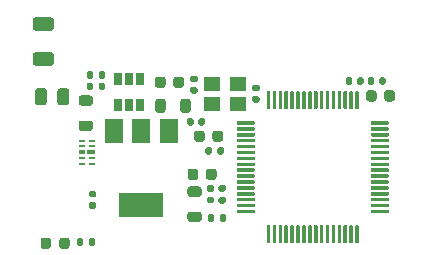
<source format=gbr>
%TF.GenerationSoftware,KiCad,Pcbnew,(5.1.8-0-10_14)*%
%TF.CreationDate,2020-11-28T23:42:33+01:00*%
%TF.ProjectId,FT2232Breakout,46543232-3332-4427-9265-616b6f75742e,rev?*%
%TF.SameCoordinates,Original*%
%TF.FileFunction,Paste,Top*%
%TF.FilePolarity,Positive*%
%FSLAX46Y46*%
G04 Gerber Fmt 4.6, Leading zero omitted, Abs format (unit mm)*
G04 Created by KiCad (PCBNEW (5.1.8-0-10_14)) date 2020-11-28 23:42:33*
%MOMM*%
%LPD*%
G01*
G04 APERTURE LIST*
%ADD10R,1.400000X1.200000*%
%ADD11R,0.625000X0.250000*%
%ADD12R,0.700000X0.450000*%
%ADD13R,0.575000X0.450000*%
%ADD14R,0.650000X1.060000*%
%ADD15R,1.500000X2.000000*%
%ADD16R,3.800000X2.000000*%
G04 APERTURE END LIST*
%TO.C,R106*%
G36*
G01*
X109560000Y-95015000D02*
X109560000Y-95385000D01*
G75*
G02*
X109425000Y-95520000I-135000J0D01*
G01*
X109155000Y-95520000D01*
G75*
G02*
X109020000Y-95385000I0J135000D01*
G01*
X109020000Y-95015000D01*
G75*
G02*
X109155000Y-94880000I135000J0D01*
G01*
X109425000Y-94880000D01*
G75*
G02*
X109560000Y-95015000I0J-135000D01*
G01*
G37*
G36*
G01*
X110580000Y-95015000D02*
X110580000Y-95385000D01*
G75*
G02*
X110445000Y-95520000I-135000J0D01*
G01*
X110175000Y-95520000D01*
G75*
G02*
X110040000Y-95385000I0J135000D01*
G01*
X110040000Y-95015000D01*
G75*
G02*
X110175000Y-94880000I135000J0D01*
G01*
X110445000Y-94880000D01*
G75*
G02*
X110580000Y-95015000I0J-135000D01*
G01*
G37*
%TD*%
%TO.C,D101*%
G36*
G01*
X107550000Y-95556250D02*
X107550000Y-95043750D01*
G75*
G02*
X107768750Y-94825000I218750J0D01*
G01*
X108206250Y-94825000D01*
G75*
G02*
X108425000Y-95043750I0J-218750D01*
G01*
X108425000Y-95556250D01*
G75*
G02*
X108206250Y-95775000I-218750J0D01*
G01*
X107768750Y-95775000D01*
G75*
G02*
X107550000Y-95556250I0J218750D01*
G01*
G37*
G36*
G01*
X105975000Y-95556250D02*
X105975000Y-95043750D01*
G75*
G02*
X106193750Y-94825000I218750J0D01*
G01*
X106631250Y-94825000D01*
G75*
G02*
X106850000Y-95043750I0J-218750D01*
G01*
X106850000Y-95556250D01*
G75*
G02*
X106631250Y-95775000I-218750J0D01*
G01*
X106193750Y-95775000D01*
G75*
G02*
X105975000Y-95556250I0J218750D01*
G01*
G37*
%TD*%
%TO.C,C103*%
G36*
G01*
X119875000Y-85980000D02*
X119875000Y-86480000D01*
G75*
G02*
X119650000Y-86705000I-225000J0D01*
G01*
X119200000Y-86705000D01*
G75*
G02*
X118975000Y-86480000I0J225000D01*
G01*
X118975000Y-85980000D01*
G75*
G02*
X119200000Y-85755000I225000J0D01*
G01*
X119650000Y-85755000D01*
G75*
G02*
X119875000Y-85980000I0J-225000D01*
G01*
G37*
G36*
G01*
X121425000Y-85980000D02*
X121425000Y-86480000D01*
G75*
G02*
X121200000Y-86705000I-225000J0D01*
G01*
X120750000Y-86705000D01*
G75*
G02*
X120525000Y-86480000I0J225000D01*
G01*
X120525000Y-85980000D01*
G75*
G02*
X120750000Y-85755000I225000J0D01*
G01*
X121200000Y-85755000D01*
G75*
G02*
X121425000Y-85980000I0J-225000D01*
G01*
G37*
%TD*%
%TO.C,R105*%
G36*
G01*
X121130000Y-93335000D02*
X121130000Y-92965000D01*
G75*
G02*
X121265000Y-92830000I135000J0D01*
G01*
X121535000Y-92830000D01*
G75*
G02*
X121670000Y-92965000I0J-135000D01*
G01*
X121670000Y-93335000D01*
G75*
G02*
X121535000Y-93470000I-135000J0D01*
G01*
X121265000Y-93470000D01*
G75*
G02*
X121130000Y-93335000I0J135000D01*
G01*
G37*
G36*
G01*
X120110000Y-93335000D02*
X120110000Y-92965000D01*
G75*
G02*
X120245000Y-92830000I135000J0D01*
G01*
X120515000Y-92830000D01*
G75*
G02*
X120650000Y-92965000I0J-135000D01*
G01*
X120650000Y-93335000D01*
G75*
G02*
X120515000Y-93470000I-135000J0D01*
G01*
X120245000Y-93470000D01*
G75*
G02*
X120110000Y-93335000I0J135000D01*
G01*
G37*
%TD*%
D10*
%TO.C,Y101*%
X122680000Y-83510000D03*
X120480000Y-83510000D03*
X120480000Y-81810000D03*
X122680000Y-81810000D03*
%TD*%
D11*
%TO.C,U402*%
X110287500Y-88100000D03*
D12*
X110250000Y-87600000D03*
D11*
X110287500Y-88600000D03*
X110287500Y-87100000D03*
X109512500Y-88600000D03*
X109512500Y-88100000D03*
X110287500Y-86600000D03*
D13*
X109487500Y-87600000D03*
D11*
X109512500Y-86600000D03*
X109512500Y-87100000D03*
%TD*%
%TO.C,U103*%
G36*
G01*
X125120000Y-83885000D02*
X125120000Y-82485000D01*
G75*
G02*
X125195000Y-82410000I75000J0D01*
G01*
X125345000Y-82410000D01*
G75*
G02*
X125420000Y-82485000I0J-75000D01*
G01*
X125420000Y-83885000D01*
G75*
G02*
X125345000Y-83960000I-75000J0D01*
G01*
X125195000Y-83960000D01*
G75*
G02*
X125120000Y-83885000I0J75000D01*
G01*
G37*
G36*
G01*
X125620000Y-83885000D02*
X125620000Y-82485000D01*
G75*
G02*
X125695000Y-82410000I75000J0D01*
G01*
X125845000Y-82410000D01*
G75*
G02*
X125920000Y-82485000I0J-75000D01*
G01*
X125920000Y-83885000D01*
G75*
G02*
X125845000Y-83960000I-75000J0D01*
G01*
X125695000Y-83960000D01*
G75*
G02*
X125620000Y-83885000I0J75000D01*
G01*
G37*
G36*
G01*
X126120000Y-83885000D02*
X126120000Y-82485000D01*
G75*
G02*
X126195000Y-82410000I75000J0D01*
G01*
X126345000Y-82410000D01*
G75*
G02*
X126420000Y-82485000I0J-75000D01*
G01*
X126420000Y-83885000D01*
G75*
G02*
X126345000Y-83960000I-75000J0D01*
G01*
X126195000Y-83960000D01*
G75*
G02*
X126120000Y-83885000I0J75000D01*
G01*
G37*
G36*
G01*
X126620000Y-83885000D02*
X126620000Y-82485000D01*
G75*
G02*
X126695000Y-82410000I75000J0D01*
G01*
X126845000Y-82410000D01*
G75*
G02*
X126920000Y-82485000I0J-75000D01*
G01*
X126920000Y-83885000D01*
G75*
G02*
X126845000Y-83960000I-75000J0D01*
G01*
X126695000Y-83960000D01*
G75*
G02*
X126620000Y-83885000I0J75000D01*
G01*
G37*
G36*
G01*
X127120000Y-83885000D02*
X127120000Y-82485000D01*
G75*
G02*
X127195000Y-82410000I75000J0D01*
G01*
X127345000Y-82410000D01*
G75*
G02*
X127420000Y-82485000I0J-75000D01*
G01*
X127420000Y-83885000D01*
G75*
G02*
X127345000Y-83960000I-75000J0D01*
G01*
X127195000Y-83960000D01*
G75*
G02*
X127120000Y-83885000I0J75000D01*
G01*
G37*
G36*
G01*
X127620000Y-83885000D02*
X127620000Y-82485000D01*
G75*
G02*
X127695000Y-82410000I75000J0D01*
G01*
X127845000Y-82410000D01*
G75*
G02*
X127920000Y-82485000I0J-75000D01*
G01*
X127920000Y-83885000D01*
G75*
G02*
X127845000Y-83960000I-75000J0D01*
G01*
X127695000Y-83960000D01*
G75*
G02*
X127620000Y-83885000I0J75000D01*
G01*
G37*
G36*
G01*
X128120000Y-83885000D02*
X128120000Y-82485000D01*
G75*
G02*
X128195000Y-82410000I75000J0D01*
G01*
X128345000Y-82410000D01*
G75*
G02*
X128420000Y-82485000I0J-75000D01*
G01*
X128420000Y-83885000D01*
G75*
G02*
X128345000Y-83960000I-75000J0D01*
G01*
X128195000Y-83960000D01*
G75*
G02*
X128120000Y-83885000I0J75000D01*
G01*
G37*
G36*
G01*
X128620000Y-83885000D02*
X128620000Y-82485000D01*
G75*
G02*
X128695000Y-82410000I75000J0D01*
G01*
X128845000Y-82410000D01*
G75*
G02*
X128920000Y-82485000I0J-75000D01*
G01*
X128920000Y-83885000D01*
G75*
G02*
X128845000Y-83960000I-75000J0D01*
G01*
X128695000Y-83960000D01*
G75*
G02*
X128620000Y-83885000I0J75000D01*
G01*
G37*
G36*
G01*
X129120000Y-83885000D02*
X129120000Y-82485000D01*
G75*
G02*
X129195000Y-82410000I75000J0D01*
G01*
X129345000Y-82410000D01*
G75*
G02*
X129420000Y-82485000I0J-75000D01*
G01*
X129420000Y-83885000D01*
G75*
G02*
X129345000Y-83960000I-75000J0D01*
G01*
X129195000Y-83960000D01*
G75*
G02*
X129120000Y-83885000I0J75000D01*
G01*
G37*
G36*
G01*
X129620000Y-83885000D02*
X129620000Y-82485000D01*
G75*
G02*
X129695000Y-82410000I75000J0D01*
G01*
X129845000Y-82410000D01*
G75*
G02*
X129920000Y-82485000I0J-75000D01*
G01*
X129920000Y-83885000D01*
G75*
G02*
X129845000Y-83960000I-75000J0D01*
G01*
X129695000Y-83960000D01*
G75*
G02*
X129620000Y-83885000I0J75000D01*
G01*
G37*
G36*
G01*
X130120000Y-83885000D02*
X130120000Y-82485000D01*
G75*
G02*
X130195000Y-82410000I75000J0D01*
G01*
X130345000Y-82410000D01*
G75*
G02*
X130420000Y-82485000I0J-75000D01*
G01*
X130420000Y-83885000D01*
G75*
G02*
X130345000Y-83960000I-75000J0D01*
G01*
X130195000Y-83960000D01*
G75*
G02*
X130120000Y-83885000I0J75000D01*
G01*
G37*
G36*
G01*
X130620000Y-83885000D02*
X130620000Y-82485000D01*
G75*
G02*
X130695000Y-82410000I75000J0D01*
G01*
X130845000Y-82410000D01*
G75*
G02*
X130920000Y-82485000I0J-75000D01*
G01*
X130920000Y-83885000D01*
G75*
G02*
X130845000Y-83960000I-75000J0D01*
G01*
X130695000Y-83960000D01*
G75*
G02*
X130620000Y-83885000I0J75000D01*
G01*
G37*
G36*
G01*
X131120000Y-83885000D02*
X131120000Y-82485000D01*
G75*
G02*
X131195000Y-82410000I75000J0D01*
G01*
X131345000Y-82410000D01*
G75*
G02*
X131420000Y-82485000I0J-75000D01*
G01*
X131420000Y-83885000D01*
G75*
G02*
X131345000Y-83960000I-75000J0D01*
G01*
X131195000Y-83960000D01*
G75*
G02*
X131120000Y-83885000I0J75000D01*
G01*
G37*
G36*
G01*
X131620000Y-83885000D02*
X131620000Y-82485000D01*
G75*
G02*
X131695000Y-82410000I75000J0D01*
G01*
X131845000Y-82410000D01*
G75*
G02*
X131920000Y-82485000I0J-75000D01*
G01*
X131920000Y-83885000D01*
G75*
G02*
X131845000Y-83960000I-75000J0D01*
G01*
X131695000Y-83960000D01*
G75*
G02*
X131620000Y-83885000I0J75000D01*
G01*
G37*
G36*
G01*
X132120000Y-83885000D02*
X132120000Y-82485000D01*
G75*
G02*
X132195000Y-82410000I75000J0D01*
G01*
X132345000Y-82410000D01*
G75*
G02*
X132420000Y-82485000I0J-75000D01*
G01*
X132420000Y-83885000D01*
G75*
G02*
X132345000Y-83960000I-75000J0D01*
G01*
X132195000Y-83960000D01*
G75*
G02*
X132120000Y-83885000I0J75000D01*
G01*
G37*
G36*
G01*
X132620000Y-83885000D02*
X132620000Y-82485000D01*
G75*
G02*
X132695000Y-82410000I75000J0D01*
G01*
X132845000Y-82410000D01*
G75*
G02*
X132920000Y-82485000I0J-75000D01*
G01*
X132920000Y-83885000D01*
G75*
G02*
X132845000Y-83960000I-75000J0D01*
G01*
X132695000Y-83960000D01*
G75*
G02*
X132620000Y-83885000I0J75000D01*
G01*
G37*
G36*
G01*
X133920000Y-85185000D02*
X133920000Y-85035000D01*
G75*
G02*
X133995000Y-84960000I75000J0D01*
G01*
X135395000Y-84960000D01*
G75*
G02*
X135470000Y-85035000I0J-75000D01*
G01*
X135470000Y-85185000D01*
G75*
G02*
X135395000Y-85260000I-75000J0D01*
G01*
X133995000Y-85260000D01*
G75*
G02*
X133920000Y-85185000I0J75000D01*
G01*
G37*
G36*
G01*
X133920000Y-85685000D02*
X133920000Y-85535000D01*
G75*
G02*
X133995000Y-85460000I75000J0D01*
G01*
X135395000Y-85460000D01*
G75*
G02*
X135470000Y-85535000I0J-75000D01*
G01*
X135470000Y-85685000D01*
G75*
G02*
X135395000Y-85760000I-75000J0D01*
G01*
X133995000Y-85760000D01*
G75*
G02*
X133920000Y-85685000I0J75000D01*
G01*
G37*
G36*
G01*
X133920000Y-86185000D02*
X133920000Y-86035000D01*
G75*
G02*
X133995000Y-85960000I75000J0D01*
G01*
X135395000Y-85960000D01*
G75*
G02*
X135470000Y-86035000I0J-75000D01*
G01*
X135470000Y-86185000D01*
G75*
G02*
X135395000Y-86260000I-75000J0D01*
G01*
X133995000Y-86260000D01*
G75*
G02*
X133920000Y-86185000I0J75000D01*
G01*
G37*
G36*
G01*
X133920000Y-86685000D02*
X133920000Y-86535000D01*
G75*
G02*
X133995000Y-86460000I75000J0D01*
G01*
X135395000Y-86460000D01*
G75*
G02*
X135470000Y-86535000I0J-75000D01*
G01*
X135470000Y-86685000D01*
G75*
G02*
X135395000Y-86760000I-75000J0D01*
G01*
X133995000Y-86760000D01*
G75*
G02*
X133920000Y-86685000I0J75000D01*
G01*
G37*
G36*
G01*
X133920000Y-87185000D02*
X133920000Y-87035000D01*
G75*
G02*
X133995000Y-86960000I75000J0D01*
G01*
X135395000Y-86960000D01*
G75*
G02*
X135470000Y-87035000I0J-75000D01*
G01*
X135470000Y-87185000D01*
G75*
G02*
X135395000Y-87260000I-75000J0D01*
G01*
X133995000Y-87260000D01*
G75*
G02*
X133920000Y-87185000I0J75000D01*
G01*
G37*
G36*
G01*
X133920000Y-87685000D02*
X133920000Y-87535000D01*
G75*
G02*
X133995000Y-87460000I75000J0D01*
G01*
X135395000Y-87460000D01*
G75*
G02*
X135470000Y-87535000I0J-75000D01*
G01*
X135470000Y-87685000D01*
G75*
G02*
X135395000Y-87760000I-75000J0D01*
G01*
X133995000Y-87760000D01*
G75*
G02*
X133920000Y-87685000I0J75000D01*
G01*
G37*
G36*
G01*
X133920000Y-88185000D02*
X133920000Y-88035000D01*
G75*
G02*
X133995000Y-87960000I75000J0D01*
G01*
X135395000Y-87960000D01*
G75*
G02*
X135470000Y-88035000I0J-75000D01*
G01*
X135470000Y-88185000D01*
G75*
G02*
X135395000Y-88260000I-75000J0D01*
G01*
X133995000Y-88260000D01*
G75*
G02*
X133920000Y-88185000I0J75000D01*
G01*
G37*
G36*
G01*
X133920000Y-88685000D02*
X133920000Y-88535000D01*
G75*
G02*
X133995000Y-88460000I75000J0D01*
G01*
X135395000Y-88460000D01*
G75*
G02*
X135470000Y-88535000I0J-75000D01*
G01*
X135470000Y-88685000D01*
G75*
G02*
X135395000Y-88760000I-75000J0D01*
G01*
X133995000Y-88760000D01*
G75*
G02*
X133920000Y-88685000I0J75000D01*
G01*
G37*
G36*
G01*
X133920000Y-89185000D02*
X133920000Y-89035000D01*
G75*
G02*
X133995000Y-88960000I75000J0D01*
G01*
X135395000Y-88960000D01*
G75*
G02*
X135470000Y-89035000I0J-75000D01*
G01*
X135470000Y-89185000D01*
G75*
G02*
X135395000Y-89260000I-75000J0D01*
G01*
X133995000Y-89260000D01*
G75*
G02*
X133920000Y-89185000I0J75000D01*
G01*
G37*
G36*
G01*
X133920000Y-89685000D02*
X133920000Y-89535000D01*
G75*
G02*
X133995000Y-89460000I75000J0D01*
G01*
X135395000Y-89460000D01*
G75*
G02*
X135470000Y-89535000I0J-75000D01*
G01*
X135470000Y-89685000D01*
G75*
G02*
X135395000Y-89760000I-75000J0D01*
G01*
X133995000Y-89760000D01*
G75*
G02*
X133920000Y-89685000I0J75000D01*
G01*
G37*
G36*
G01*
X133920000Y-90185000D02*
X133920000Y-90035000D01*
G75*
G02*
X133995000Y-89960000I75000J0D01*
G01*
X135395000Y-89960000D01*
G75*
G02*
X135470000Y-90035000I0J-75000D01*
G01*
X135470000Y-90185000D01*
G75*
G02*
X135395000Y-90260000I-75000J0D01*
G01*
X133995000Y-90260000D01*
G75*
G02*
X133920000Y-90185000I0J75000D01*
G01*
G37*
G36*
G01*
X133920000Y-90685000D02*
X133920000Y-90535000D01*
G75*
G02*
X133995000Y-90460000I75000J0D01*
G01*
X135395000Y-90460000D01*
G75*
G02*
X135470000Y-90535000I0J-75000D01*
G01*
X135470000Y-90685000D01*
G75*
G02*
X135395000Y-90760000I-75000J0D01*
G01*
X133995000Y-90760000D01*
G75*
G02*
X133920000Y-90685000I0J75000D01*
G01*
G37*
G36*
G01*
X133920000Y-91185000D02*
X133920000Y-91035000D01*
G75*
G02*
X133995000Y-90960000I75000J0D01*
G01*
X135395000Y-90960000D01*
G75*
G02*
X135470000Y-91035000I0J-75000D01*
G01*
X135470000Y-91185000D01*
G75*
G02*
X135395000Y-91260000I-75000J0D01*
G01*
X133995000Y-91260000D01*
G75*
G02*
X133920000Y-91185000I0J75000D01*
G01*
G37*
G36*
G01*
X133920000Y-91685000D02*
X133920000Y-91535000D01*
G75*
G02*
X133995000Y-91460000I75000J0D01*
G01*
X135395000Y-91460000D01*
G75*
G02*
X135470000Y-91535000I0J-75000D01*
G01*
X135470000Y-91685000D01*
G75*
G02*
X135395000Y-91760000I-75000J0D01*
G01*
X133995000Y-91760000D01*
G75*
G02*
X133920000Y-91685000I0J75000D01*
G01*
G37*
G36*
G01*
X133920000Y-92185000D02*
X133920000Y-92035000D01*
G75*
G02*
X133995000Y-91960000I75000J0D01*
G01*
X135395000Y-91960000D01*
G75*
G02*
X135470000Y-92035000I0J-75000D01*
G01*
X135470000Y-92185000D01*
G75*
G02*
X135395000Y-92260000I-75000J0D01*
G01*
X133995000Y-92260000D01*
G75*
G02*
X133920000Y-92185000I0J75000D01*
G01*
G37*
G36*
G01*
X133920000Y-92685000D02*
X133920000Y-92535000D01*
G75*
G02*
X133995000Y-92460000I75000J0D01*
G01*
X135395000Y-92460000D01*
G75*
G02*
X135470000Y-92535000I0J-75000D01*
G01*
X135470000Y-92685000D01*
G75*
G02*
X135395000Y-92760000I-75000J0D01*
G01*
X133995000Y-92760000D01*
G75*
G02*
X133920000Y-92685000I0J75000D01*
G01*
G37*
G36*
G01*
X132620000Y-95235000D02*
X132620000Y-93835000D01*
G75*
G02*
X132695000Y-93760000I75000J0D01*
G01*
X132845000Y-93760000D01*
G75*
G02*
X132920000Y-93835000I0J-75000D01*
G01*
X132920000Y-95235000D01*
G75*
G02*
X132845000Y-95310000I-75000J0D01*
G01*
X132695000Y-95310000D01*
G75*
G02*
X132620000Y-95235000I0J75000D01*
G01*
G37*
G36*
G01*
X132120000Y-95235000D02*
X132120000Y-93835000D01*
G75*
G02*
X132195000Y-93760000I75000J0D01*
G01*
X132345000Y-93760000D01*
G75*
G02*
X132420000Y-93835000I0J-75000D01*
G01*
X132420000Y-95235000D01*
G75*
G02*
X132345000Y-95310000I-75000J0D01*
G01*
X132195000Y-95310000D01*
G75*
G02*
X132120000Y-95235000I0J75000D01*
G01*
G37*
G36*
G01*
X131620000Y-95235000D02*
X131620000Y-93835000D01*
G75*
G02*
X131695000Y-93760000I75000J0D01*
G01*
X131845000Y-93760000D01*
G75*
G02*
X131920000Y-93835000I0J-75000D01*
G01*
X131920000Y-95235000D01*
G75*
G02*
X131845000Y-95310000I-75000J0D01*
G01*
X131695000Y-95310000D01*
G75*
G02*
X131620000Y-95235000I0J75000D01*
G01*
G37*
G36*
G01*
X131120000Y-95235000D02*
X131120000Y-93835000D01*
G75*
G02*
X131195000Y-93760000I75000J0D01*
G01*
X131345000Y-93760000D01*
G75*
G02*
X131420000Y-93835000I0J-75000D01*
G01*
X131420000Y-95235000D01*
G75*
G02*
X131345000Y-95310000I-75000J0D01*
G01*
X131195000Y-95310000D01*
G75*
G02*
X131120000Y-95235000I0J75000D01*
G01*
G37*
G36*
G01*
X130620000Y-95235000D02*
X130620000Y-93835000D01*
G75*
G02*
X130695000Y-93760000I75000J0D01*
G01*
X130845000Y-93760000D01*
G75*
G02*
X130920000Y-93835000I0J-75000D01*
G01*
X130920000Y-95235000D01*
G75*
G02*
X130845000Y-95310000I-75000J0D01*
G01*
X130695000Y-95310000D01*
G75*
G02*
X130620000Y-95235000I0J75000D01*
G01*
G37*
G36*
G01*
X130120000Y-95235000D02*
X130120000Y-93835000D01*
G75*
G02*
X130195000Y-93760000I75000J0D01*
G01*
X130345000Y-93760000D01*
G75*
G02*
X130420000Y-93835000I0J-75000D01*
G01*
X130420000Y-95235000D01*
G75*
G02*
X130345000Y-95310000I-75000J0D01*
G01*
X130195000Y-95310000D01*
G75*
G02*
X130120000Y-95235000I0J75000D01*
G01*
G37*
G36*
G01*
X129620000Y-95235000D02*
X129620000Y-93835000D01*
G75*
G02*
X129695000Y-93760000I75000J0D01*
G01*
X129845000Y-93760000D01*
G75*
G02*
X129920000Y-93835000I0J-75000D01*
G01*
X129920000Y-95235000D01*
G75*
G02*
X129845000Y-95310000I-75000J0D01*
G01*
X129695000Y-95310000D01*
G75*
G02*
X129620000Y-95235000I0J75000D01*
G01*
G37*
G36*
G01*
X129120000Y-95235000D02*
X129120000Y-93835000D01*
G75*
G02*
X129195000Y-93760000I75000J0D01*
G01*
X129345000Y-93760000D01*
G75*
G02*
X129420000Y-93835000I0J-75000D01*
G01*
X129420000Y-95235000D01*
G75*
G02*
X129345000Y-95310000I-75000J0D01*
G01*
X129195000Y-95310000D01*
G75*
G02*
X129120000Y-95235000I0J75000D01*
G01*
G37*
G36*
G01*
X128620000Y-95235000D02*
X128620000Y-93835000D01*
G75*
G02*
X128695000Y-93760000I75000J0D01*
G01*
X128845000Y-93760000D01*
G75*
G02*
X128920000Y-93835000I0J-75000D01*
G01*
X128920000Y-95235000D01*
G75*
G02*
X128845000Y-95310000I-75000J0D01*
G01*
X128695000Y-95310000D01*
G75*
G02*
X128620000Y-95235000I0J75000D01*
G01*
G37*
G36*
G01*
X128120000Y-95235000D02*
X128120000Y-93835000D01*
G75*
G02*
X128195000Y-93760000I75000J0D01*
G01*
X128345000Y-93760000D01*
G75*
G02*
X128420000Y-93835000I0J-75000D01*
G01*
X128420000Y-95235000D01*
G75*
G02*
X128345000Y-95310000I-75000J0D01*
G01*
X128195000Y-95310000D01*
G75*
G02*
X128120000Y-95235000I0J75000D01*
G01*
G37*
G36*
G01*
X127620000Y-95235000D02*
X127620000Y-93835000D01*
G75*
G02*
X127695000Y-93760000I75000J0D01*
G01*
X127845000Y-93760000D01*
G75*
G02*
X127920000Y-93835000I0J-75000D01*
G01*
X127920000Y-95235000D01*
G75*
G02*
X127845000Y-95310000I-75000J0D01*
G01*
X127695000Y-95310000D01*
G75*
G02*
X127620000Y-95235000I0J75000D01*
G01*
G37*
G36*
G01*
X127120000Y-95235000D02*
X127120000Y-93835000D01*
G75*
G02*
X127195000Y-93760000I75000J0D01*
G01*
X127345000Y-93760000D01*
G75*
G02*
X127420000Y-93835000I0J-75000D01*
G01*
X127420000Y-95235000D01*
G75*
G02*
X127345000Y-95310000I-75000J0D01*
G01*
X127195000Y-95310000D01*
G75*
G02*
X127120000Y-95235000I0J75000D01*
G01*
G37*
G36*
G01*
X126620000Y-95235000D02*
X126620000Y-93835000D01*
G75*
G02*
X126695000Y-93760000I75000J0D01*
G01*
X126845000Y-93760000D01*
G75*
G02*
X126920000Y-93835000I0J-75000D01*
G01*
X126920000Y-95235000D01*
G75*
G02*
X126845000Y-95310000I-75000J0D01*
G01*
X126695000Y-95310000D01*
G75*
G02*
X126620000Y-95235000I0J75000D01*
G01*
G37*
G36*
G01*
X126120000Y-95235000D02*
X126120000Y-93835000D01*
G75*
G02*
X126195000Y-93760000I75000J0D01*
G01*
X126345000Y-93760000D01*
G75*
G02*
X126420000Y-93835000I0J-75000D01*
G01*
X126420000Y-95235000D01*
G75*
G02*
X126345000Y-95310000I-75000J0D01*
G01*
X126195000Y-95310000D01*
G75*
G02*
X126120000Y-95235000I0J75000D01*
G01*
G37*
G36*
G01*
X125620000Y-95235000D02*
X125620000Y-93835000D01*
G75*
G02*
X125695000Y-93760000I75000J0D01*
G01*
X125845000Y-93760000D01*
G75*
G02*
X125920000Y-93835000I0J-75000D01*
G01*
X125920000Y-95235000D01*
G75*
G02*
X125845000Y-95310000I-75000J0D01*
G01*
X125695000Y-95310000D01*
G75*
G02*
X125620000Y-95235000I0J75000D01*
G01*
G37*
G36*
G01*
X125120000Y-95235000D02*
X125120000Y-93835000D01*
G75*
G02*
X125195000Y-93760000I75000J0D01*
G01*
X125345000Y-93760000D01*
G75*
G02*
X125420000Y-93835000I0J-75000D01*
G01*
X125420000Y-95235000D01*
G75*
G02*
X125345000Y-95310000I-75000J0D01*
G01*
X125195000Y-95310000D01*
G75*
G02*
X125120000Y-95235000I0J75000D01*
G01*
G37*
G36*
G01*
X122570000Y-92685000D02*
X122570000Y-92535000D01*
G75*
G02*
X122645000Y-92460000I75000J0D01*
G01*
X124045000Y-92460000D01*
G75*
G02*
X124120000Y-92535000I0J-75000D01*
G01*
X124120000Y-92685000D01*
G75*
G02*
X124045000Y-92760000I-75000J0D01*
G01*
X122645000Y-92760000D01*
G75*
G02*
X122570000Y-92685000I0J75000D01*
G01*
G37*
G36*
G01*
X122570000Y-92185000D02*
X122570000Y-92035000D01*
G75*
G02*
X122645000Y-91960000I75000J0D01*
G01*
X124045000Y-91960000D01*
G75*
G02*
X124120000Y-92035000I0J-75000D01*
G01*
X124120000Y-92185000D01*
G75*
G02*
X124045000Y-92260000I-75000J0D01*
G01*
X122645000Y-92260000D01*
G75*
G02*
X122570000Y-92185000I0J75000D01*
G01*
G37*
G36*
G01*
X122570000Y-91685000D02*
X122570000Y-91535000D01*
G75*
G02*
X122645000Y-91460000I75000J0D01*
G01*
X124045000Y-91460000D01*
G75*
G02*
X124120000Y-91535000I0J-75000D01*
G01*
X124120000Y-91685000D01*
G75*
G02*
X124045000Y-91760000I-75000J0D01*
G01*
X122645000Y-91760000D01*
G75*
G02*
X122570000Y-91685000I0J75000D01*
G01*
G37*
G36*
G01*
X122570000Y-91185000D02*
X122570000Y-91035000D01*
G75*
G02*
X122645000Y-90960000I75000J0D01*
G01*
X124045000Y-90960000D01*
G75*
G02*
X124120000Y-91035000I0J-75000D01*
G01*
X124120000Y-91185000D01*
G75*
G02*
X124045000Y-91260000I-75000J0D01*
G01*
X122645000Y-91260000D01*
G75*
G02*
X122570000Y-91185000I0J75000D01*
G01*
G37*
G36*
G01*
X122570000Y-90685000D02*
X122570000Y-90535000D01*
G75*
G02*
X122645000Y-90460000I75000J0D01*
G01*
X124045000Y-90460000D01*
G75*
G02*
X124120000Y-90535000I0J-75000D01*
G01*
X124120000Y-90685000D01*
G75*
G02*
X124045000Y-90760000I-75000J0D01*
G01*
X122645000Y-90760000D01*
G75*
G02*
X122570000Y-90685000I0J75000D01*
G01*
G37*
G36*
G01*
X122570000Y-90185000D02*
X122570000Y-90035000D01*
G75*
G02*
X122645000Y-89960000I75000J0D01*
G01*
X124045000Y-89960000D01*
G75*
G02*
X124120000Y-90035000I0J-75000D01*
G01*
X124120000Y-90185000D01*
G75*
G02*
X124045000Y-90260000I-75000J0D01*
G01*
X122645000Y-90260000D01*
G75*
G02*
X122570000Y-90185000I0J75000D01*
G01*
G37*
G36*
G01*
X122570000Y-89685000D02*
X122570000Y-89535000D01*
G75*
G02*
X122645000Y-89460000I75000J0D01*
G01*
X124045000Y-89460000D01*
G75*
G02*
X124120000Y-89535000I0J-75000D01*
G01*
X124120000Y-89685000D01*
G75*
G02*
X124045000Y-89760000I-75000J0D01*
G01*
X122645000Y-89760000D01*
G75*
G02*
X122570000Y-89685000I0J75000D01*
G01*
G37*
G36*
G01*
X122570000Y-89185000D02*
X122570000Y-89035000D01*
G75*
G02*
X122645000Y-88960000I75000J0D01*
G01*
X124045000Y-88960000D01*
G75*
G02*
X124120000Y-89035000I0J-75000D01*
G01*
X124120000Y-89185000D01*
G75*
G02*
X124045000Y-89260000I-75000J0D01*
G01*
X122645000Y-89260000D01*
G75*
G02*
X122570000Y-89185000I0J75000D01*
G01*
G37*
G36*
G01*
X122570000Y-88685000D02*
X122570000Y-88535000D01*
G75*
G02*
X122645000Y-88460000I75000J0D01*
G01*
X124045000Y-88460000D01*
G75*
G02*
X124120000Y-88535000I0J-75000D01*
G01*
X124120000Y-88685000D01*
G75*
G02*
X124045000Y-88760000I-75000J0D01*
G01*
X122645000Y-88760000D01*
G75*
G02*
X122570000Y-88685000I0J75000D01*
G01*
G37*
G36*
G01*
X122570000Y-88185000D02*
X122570000Y-88035000D01*
G75*
G02*
X122645000Y-87960000I75000J0D01*
G01*
X124045000Y-87960000D01*
G75*
G02*
X124120000Y-88035000I0J-75000D01*
G01*
X124120000Y-88185000D01*
G75*
G02*
X124045000Y-88260000I-75000J0D01*
G01*
X122645000Y-88260000D01*
G75*
G02*
X122570000Y-88185000I0J75000D01*
G01*
G37*
G36*
G01*
X122570000Y-87685000D02*
X122570000Y-87535000D01*
G75*
G02*
X122645000Y-87460000I75000J0D01*
G01*
X124045000Y-87460000D01*
G75*
G02*
X124120000Y-87535000I0J-75000D01*
G01*
X124120000Y-87685000D01*
G75*
G02*
X124045000Y-87760000I-75000J0D01*
G01*
X122645000Y-87760000D01*
G75*
G02*
X122570000Y-87685000I0J75000D01*
G01*
G37*
G36*
G01*
X122570000Y-87185000D02*
X122570000Y-87035000D01*
G75*
G02*
X122645000Y-86960000I75000J0D01*
G01*
X124045000Y-86960000D01*
G75*
G02*
X124120000Y-87035000I0J-75000D01*
G01*
X124120000Y-87185000D01*
G75*
G02*
X124045000Y-87260000I-75000J0D01*
G01*
X122645000Y-87260000D01*
G75*
G02*
X122570000Y-87185000I0J75000D01*
G01*
G37*
G36*
G01*
X122570000Y-86685000D02*
X122570000Y-86535000D01*
G75*
G02*
X122645000Y-86460000I75000J0D01*
G01*
X124045000Y-86460000D01*
G75*
G02*
X124120000Y-86535000I0J-75000D01*
G01*
X124120000Y-86685000D01*
G75*
G02*
X124045000Y-86760000I-75000J0D01*
G01*
X122645000Y-86760000D01*
G75*
G02*
X122570000Y-86685000I0J75000D01*
G01*
G37*
G36*
G01*
X122570000Y-86185000D02*
X122570000Y-86035000D01*
G75*
G02*
X122645000Y-85960000I75000J0D01*
G01*
X124045000Y-85960000D01*
G75*
G02*
X124120000Y-86035000I0J-75000D01*
G01*
X124120000Y-86185000D01*
G75*
G02*
X124045000Y-86260000I-75000J0D01*
G01*
X122645000Y-86260000D01*
G75*
G02*
X122570000Y-86185000I0J75000D01*
G01*
G37*
G36*
G01*
X122570000Y-85685000D02*
X122570000Y-85535000D01*
G75*
G02*
X122645000Y-85460000I75000J0D01*
G01*
X124045000Y-85460000D01*
G75*
G02*
X124120000Y-85535000I0J-75000D01*
G01*
X124120000Y-85685000D01*
G75*
G02*
X124045000Y-85760000I-75000J0D01*
G01*
X122645000Y-85760000D01*
G75*
G02*
X122570000Y-85685000I0J75000D01*
G01*
G37*
G36*
G01*
X122570000Y-85185000D02*
X122570000Y-85035000D01*
G75*
G02*
X122645000Y-84960000I75000J0D01*
G01*
X124045000Y-84960000D01*
G75*
G02*
X124120000Y-85035000I0J-75000D01*
G01*
X124120000Y-85185000D01*
G75*
G02*
X124045000Y-85260000I-75000J0D01*
G01*
X122645000Y-85260000D01*
G75*
G02*
X122570000Y-85185000I0J75000D01*
G01*
G37*
%TD*%
D14*
%TO.C,U102*%
X113470000Y-81400000D03*
X112520000Y-81400000D03*
X114420000Y-81400000D03*
X114420000Y-83600000D03*
X113470000Y-83600000D03*
X112520000Y-83600000D03*
%TD*%
D15*
%TO.C,U101*%
X116810000Y-85780000D03*
X112210000Y-85780000D03*
X114510000Y-85780000D03*
D16*
X114510000Y-92080000D03*
%TD*%
%TO.C,R104*%
G36*
G01*
X121535000Y-90920000D02*
X121165000Y-90920000D01*
G75*
G02*
X121030000Y-90785000I0J135000D01*
G01*
X121030000Y-90515000D01*
G75*
G02*
X121165000Y-90380000I135000J0D01*
G01*
X121535000Y-90380000D01*
G75*
G02*
X121670000Y-90515000I0J-135000D01*
G01*
X121670000Y-90785000D01*
G75*
G02*
X121535000Y-90920000I-135000J0D01*
G01*
G37*
G36*
G01*
X121535000Y-91940000D02*
X121165000Y-91940000D01*
G75*
G02*
X121030000Y-91805000I0J135000D01*
G01*
X121030000Y-91535000D01*
G75*
G02*
X121165000Y-91400000I135000J0D01*
G01*
X121535000Y-91400000D01*
G75*
G02*
X121670000Y-91535000I0J-135000D01*
G01*
X121670000Y-91805000D01*
G75*
G02*
X121535000Y-91940000I-135000J0D01*
G01*
G37*
%TD*%
%TO.C,R103*%
G36*
G01*
X110420000Y-81825000D02*
X110420000Y-82195000D01*
G75*
G02*
X110285000Y-82330000I-135000J0D01*
G01*
X110015000Y-82330000D01*
G75*
G02*
X109880000Y-82195000I0J135000D01*
G01*
X109880000Y-81825000D01*
G75*
G02*
X110015000Y-81690000I135000J0D01*
G01*
X110285000Y-81690000D01*
G75*
G02*
X110420000Y-81825000I0J-135000D01*
G01*
G37*
G36*
G01*
X111440000Y-81825000D02*
X111440000Y-82195000D01*
G75*
G02*
X111305000Y-82330000I-135000J0D01*
G01*
X111035000Y-82330000D01*
G75*
G02*
X110900000Y-82195000I0J135000D01*
G01*
X110900000Y-81825000D01*
G75*
G02*
X111035000Y-81690000I135000J0D01*
G01*
X111305000Y-81690000D01*
G75*
G02*
X111440000Y-81825000I0J-135000D01*
G01*
G37*
%TD*%
%TO.C,R102*%
G36*
G01*
X120470000Y-87285000D02*
X120470000Y-87655000D01*
G75*
G02*
X120335000Y-87790000I-135000J0D01*
G01*
X120065000Y-87790000D01*
G75*
G02*
X119930000Y-87655000I0J135000D01*
G01*
X119930000Y-87285000D01*
G75*
G02*
X120065000Y-87150000I135000J0D01*
G01*
X120335000Y-87150000D01*
G75*
G02*
X120470000Y-87285000I0J-135000D01*
G01*
G37*
G36*
G01*
X121490000Y-87285000D02*
X121490000Y-87655000D01*
G75*
G02*
X121355000Y-87790000I-135000J0D01*
G01*
X121085000Y-87790000D01*
G75*
G02*
X120950000Y-87655000I0J135000D01*
G01*
X120950000Y-87285000D01*
G75*
G02*
X121085000Y-87150000I135000J0D01*
G01*
X121355000Y-87150000D01*
G75*
G02*
X121490000Y-87285000I0J-135000D01*
G01*
G37*
%TD*%
%TO.C,R101*%
G36*
G01*
X110900000Y-81215000D02*
X110900000Y-80845000D01*
G75*
G02*
X111035000Y-80710000I135000J0D01*
G01*
X111305000Y-80710000D01*
G75*
G02*
X111440000Y-80845000I0J-135000D01*
G01*
X111440000Y-81215000D01*
G75*
G02*
X111305000Y-81350000I-135000J0D01*
G01*
X111035000Y-81350000D01*
G75*
G02*
X110900000Y-81215000I0J135000D01*
G01*
G37*
G36*
G01*
X109880000Y-81215000D02*
X109880000Y-80845000D01*
G75*
G02*
X110015000Y-80710000I135000J0D01*
G01*
X110285000Y-80710000D01*
G75*
G02*
X110420000Y-80845000I0J-135000D01*
G01*
X110420000Y-81215000D01*
G75*
G02*
X110285000Y-81350000I-135000J0D01*
G01*
X110015000Y-81350000D01*
G75*
G02*
X109880000Y-81215000I0J135000D01*
G01*
G37*
%TD*%
%TO.C,FB401*%
G36*
G01*
X109418750Y-84905000D02*
X110181250Y-84905000D01*
G75*
G02*
X110400000Y-85123750I0J-218750D01*
G01*
X110400000Y-85561250D01*
G75*
G02*
X110181250Y-85780000I-218750J0D01*
G01*
X109418750Y-85780000D01*
G75*
G02*
X109200000Y-85561250I0J218750D01*
G01*
X109200000Y-85123750D01*
G75*
G02*
X109418750Y-84905000I218750J0D01*
G01*
G37*
G36*
G01*
X109418750Y-82780000D02*
X110181250Y-82780000D01*
G75*
G02*
X110400000Y-82998750I0J-218750D01*
G01*
X110400000Y-83436250D01*
G75*
G02*
X110181250Y-83655000I-218750J0D01*
G01*
X109418750Y-83655000D01*
G75*
G02*
X109200000Y-83436250I0J218750D01*
G01*
X109200000Y-82998750D01*
G75*
G02*
X109418750Y-82780000I218750J0D01*
G01*
G37*
%TD*%
%TO.C,FB102*%
G36*
G01*
X116555000Y-83278750D02*
X116555000Y-84041250D01*
G75*
G02*
X116336250Y-84260000I-218750J0D01*
G01*
X115898750Y-84260000D01*
G75*
G02*
X115680000Y-84041250I0J218750D01*
G01*
X115680000Y-83278750D01*
G75*
G02*
X115898750Y-83060000I218750J0D01*
G01*
X116336250Y-83060000D01*
G75*
G02*
X116555000Y-83278750I0J-218750D01*
G01*
G37*
G36*
G01*
X118680000Y-83278750D02*
X118680000Y-84041250D01*
G75*
G02*
X118461250Y-84260000I-218750J0D01*
G01*
X118023750Y-84260000D01*
G75*
G02*
X117805000Y-84041250I0J218750D01*
G01*
X117805000Y-83278750D01*
G75*
G02*
X118023750Y-83060000I218750J0D01*
G01*
X118461250Y-83060000D01*
G75*
G02*
X118680000Y-83278750I0J-218750D01*
G01*
G37*
%TD*%
%TO.C,FB101*%
G36*
G01*
X118628750Y-92615000D02*
X119391250Y-92615000D01*
G75*
G02*
X119610000Y-92833750I0J-218750D01*
G01*
X119610000Y-93271250D01*
G75*
G02*
X119391250Y-93490000I-218750J0D01*
G01*
X118628750Y-93490000D01*
G75*
G02*
X118410000Y-93271250I0J218750D01*
G01*
X118410000Y-92833750D01*
G75*
G02*
X118628750Y-92615000I218750J0D01*
G01*
G37*
G36*
G01*
X118628750Y-90490000D02*
X119391250Y-90490000D01*
G75*
G02*
X119610000Y-90708750I0J-218750D01*
G01*
X119610000Y-91146250D01*
G75*
G02*
X119391250Y-91365000I-218750J0D01*
G01*
X118628750Y-91365000D01*
G75*
G02*
X118410000Y-91146250I0J218750D01*
G01*
X118410000Y-90708750D01*
G75*
G02*
X118628750Y-90490000I218750J0D01*
G01*
G37*
%TD*%
%TO.C,C503*%
G36*
G01*
X106500000Y-82415000D02*
X106500000Y-83365000D01*
G75*
G02*
X106250000Y-83615000I-250000J0D01*
G01*
X105750000Y-83615000D01*
G75*
G02*
X105500000Y-83365000I0J250000D01*
G01*
X105500000Y-82415000D01*
G75*
G02*
X105750000Y-82165000I250000J0D01*
G01*
X106250000Y-82165000D01*
G75*
G02*
X106500000Y-82415000I0J-250000D01*
G01*
G37*
G36*
G01*
X108400000Y-82415000D02*
X108400000Y-83365000D01*
G75*
G02*
X108150000Y-83615000I-250000J0D01*
G01*
X107650000Y-83615000D01*
G75*
G02*
X107400000Y-83365000I0J250000D01*
G01*
X107400000Y-82415000D01*
G75*
G02*
X107650000Y-82165000I250000J0D01*
G01*
X108150000Y-82165000D01*
G75*
G02*
X108400000Y-82415000I0J-250000D01*
G01*
G37*
%TD*%
%TO.C,C305*%
G36*
G01*
X110560000Y-91420000D02*
X110220000Y-91420000D01*
G75*
G02*
X110080000Y-91280000I0J140000D01*
G01*
X110080000Y-91000000D01*
G75*
G02*
X110220000Y-90860000I140000J0D01*
G01*
X110560000Y-90860000D01*
G75*
G02*
X110700000Y-91000000I0J-140000D01*
G01*
X110700000Y-91280000D01*
G75*
G02*
X110560000Y-91420000I-140000J0D01*
G01*
G37*
G36*
G01*
X110560000Y-92380000D02*
X110220000Y-92380000D01*
G75*
G02*
X110080000Y-92240000I0J140000D01*
G01*
X110080000Y-91960000D01*
G75*
G02*
X110220000Y-91820000I140000J0D01*
G01*
X110560000Y-91820000D01*
G75*
G02*
X110700000Y-91960000I0J-140000D01*
G01*
X110700000Y-92240000D01*
G75*
G02*
X110560000Y-92380000I-140000J0D01*
G01*
G37*
%TD*%
%TO.C,C301*%
G36*
G01*
X106850001Y-77320000D02*
X105549999Y-77320000D01*
G75*
G02*
X105300000Y-77070001I0J249999D01*
G01*
X105300000Y-76419999D01*
G75*
G02*
X105549999Y-76170000I249999J0D01*
G01*
X106850001Y-76170000D01*
G75*
G02*
X107100000Y-76419999I0J-249999D01*
G01*
X107100000Y-77070001D01*
G75*
G02*
X106850001Y-77320000I-249999J0D01*
G01*
G37*
G36*
G01*
X106850001Y-80270000D02*
X105549999Y-80270000D01*
G75*
G02*
X105300000Y-80020001I0J249999D01*
G01*
X105300000Y-79369999D01*
G75*
G02*
X105549999Y-79120000I249999J0D01*
G01*
X106850001Y-79120000D01*
G75*
G02*
X107100000Y-79369999I0J-249999D01*
G01*
X107100000Y-80020001D01*
G75*
G02*
X106850001Y-80270000I-249999J0D01*
G01*
G37*
%TD*%
%TO.C,C110*%
G36*
G01*
X120190000Y-91340000D02*
X120530000Y-91340000D01*
G75*
G02*
X120670000Y-91480000I0J-140000D01*
G01*
X120670000Y-91760000D01*
G75*
G02*
X120530000Y-91900000I-140000J0D01*
G01*
X120190000Y-91900000D01*
G75*
G02*
X120050000Y-91760000I0J140000D01*
G01*
X120050000Y-91480000D01*
G75*
G02*
X120190000Y-91340000I140000J0D01*
G01*
G37*
G36*
G01*
X120190000Y-90380000D02*
X120530000Y-90380000D01*
G75*
G02*
X120670000Y-90520000I0J-140000D01*
G01*
X120670000Y-90800000D01*
G75*
G02*
X120530000Y-90940000I-140000J0D01*
G01*
X120190000Y-90940000D01*
G75*
G02*
X120050000Y-90800000I0J140000D01*
G01*
X120050000Y-90520000D01*
G75*
G02*
X120190000Y-90380000I140000J0D01*
G01*
G37*
%TD*%
%TO.C,C109*%
G36*
G01*
X119325000Y-89210000D02*
X119325000Y-89710000D01*
G75*
G02*
X119100000Y-89935000I-225000J0D01*
G01*
X118650000Y-89935000D01*
G75*
G02*
X118425000Y-89710000I0J225000D01*
G01*
X118425000Y-89210000D01*
G75*
G02*
X118650000Y-88985000I225000J0D01*
G01*
X119100000Y-88985000D01*
G75*
G02*
X119325000Y-89210000I0J-225000D01*
G01*
G37*
G36*
G01*
X120875000Y-89210000D02*
X120875000Y-89710000D01*
G75*
G02*
X120650000Y-89935000I-225000J0D01*
G01*
X120200000Y-89935000D01*
G75*
G02*
X119975000Y-89710000I0J225000D01*
G01*
X119975000Y-89210000D01*
G75*
G02*
X120200000Y-88985000I225000J0D01*
G01*
X120650000Y-88985000D01*
G75*
G02*
X120875000Y-89210000I0J-225000D01*
G01*
G37*
%TD*%
%TO.C,C108*%
G36*
G01*
X132770000Y-81740000D02*
X132770000Y-81400000D01*
G75*
G02*
X132910000Y-81260000I140000J0D01*
G01*
X133190000Y-81260000D01*
G75*
G02*
X133330000Y-81400000I0J-140000D01*
G01*
X133330000Y-81740000D01*
G75*
G02*
X133190000Y-81880000I-140000J0D01*
G01*
X132910000Y-81880000D01*
G75*
G02*
X132770000Y-81740000I0J140000D01*
G01*
G37*
G36*
G01*
X131810000Y-81740000D02*
X131810000Y-81400000D01*
G75*
G02*
X131950000Y-81260000I140000J0D01*
G01*
X132230000Y-81260000D01*
G75*
G02*
X132370000Y-81400000I0J-140000D01*
G01*
X132370000Y-81740000D01*
G75*
G02*
X132230000Y-81880000I-140000J0D01*
G01*
X131950000Y-81880000D01*
G75*
G02*
X131810000Y-81740000I0J140000D01*
G01*
G37*
%TD*%
%TO.C,C107*%
G36*
G01*
X118780000Y-82080000D02*
X119120000Y-82080000D01*
G75*
G02*
X119260000Y-82220000I0J-140000D01*
G01*
X119260000Y-82500000D01*
G75*
G02*
X119120000Y-82640000I-140000J0D01*
G01*
X118780000Y-82640000D01*
G75*
G02*
X118640000Y-82500000I0J140000D01*
G01*
X118640000Y-82220000D01*
G75*
G02*
X118780000Y-82080000I140000J0D01*
G01*
G37*
G36*
G01*
X118780000Y-81120000D02*
X119120000Y-81120000D01*
G75*
G02*
X119260000Y-81260000I0J-140000D01*
G01*
X119260000Y-81540000D01*
G75*
G02*
X119120000Y-81680000I-140000J0D01*
G01*
X118780000Y-81680000D01*
G75*
G02*
X118640000Y-81540000I0J140000D01*
G01*
X118640000Y-81260000D01*
G75*
G02*
X118780000Y-81120000I140000J0D01*
G01*
G37*
%TD*%
%TO.C,C106*%
G36*
G01*
X118940000Y-84850000D02*
X118940000Y-85190000D01*
G75*
G02*
X118800000Y-85330000I-140000J0D01*
G01*
X118520000Y-85330000D01*
G75*
G02*
X118380000Y-85190000I0J140000D01*
G01*
X118380000Y-84850000D01*
G75*
G02*
X118520000Y-84710000I140000J0D01*
G01*
X118800000Y-84710000D01*
G75*
G02*
X118940000Y-84850000I0J-140000D01*
G01*
G37*
G36*
G01*
X119900000Y-84850000D02*
X119900000Y-85190000D01*
G75*
G02*
X119760000Y-85330000I-140000J0D01*
G01*
X119480000Y-85330000D01*
G75*
G02*
X119340000Y-85190000I0J140000D01*
G01*
X119340000Y-84850000D01*
G75*
G02*
X119480000Y-84710000I140000J0D01*
G01*
X119760000Y-84710000D01*
G75*
G02*
X119900000Y-84850000I0J-140000D01*
G01*
G37*
%TD*%
%TO.C,C105*%
G36*
G01*
X134640000Y-81740000D02*
X134640000Y-81400000D01*
G75*
G02*
X134780000Y-81260000I140000J0D01*
G01*
X135060000Y-81260000D01*
G75*
G02*
X135200000Y-81400000I0J-140000D01*
G01*
X135200000Y-81740000D01*
G75*
G02*
X135060000Y-81880000I-140000J0D01*
G01*
X134780000Y-81880000D01*
G75*
G02*
X134640000Y-81740000I0J140000D01*
G01*
G37*
G36*
G01*
X133680000Y-81740000D02*
X133680000Y-81400000D01*
G75*
G02*
X133820000Y-81260000I140000J0D01*
G01*
X134100000Y-81260000D01*
G75*
G02*
X134240000Y-81400000I0J-140000D01*
G01*
X134240000Y-81740000D01*
G75*
G02*
X134100000Y-81880000I-140000J0D01*
G01*
X133820000Y-81880000D01*
G75*
G02*
X133680000Y-81740000I0J140000D01*
G01*
G37*
%TD*%
%TO.C,C104*%
G36*
G01*
X124380000Y-82430000D02*
X124040000Y-82430000D01*
G75*
G02*
X123900000Y-82290000I0J140000D01*
G01*
X123900000Y-82010000D01*
G75*
G02*
X124040000Y-81870000I140000J0D01*
G01*
X124380000Y-81870000D01*
G75*
G02*
X124520000Y-82010000I0J-140000D01*
G01*
X124520000Y-82290000D01*
G75*
G02*
X124380000Y-82430000I-140000J0D01*
G01*
G37*
G36*
G01*
X124380000Y-83390000D02*
X124040000Y-83390000D01*
G75*
G02*
X123900000Y-83250000I0J140000D01*
G01*
X123900000Y-82970000D01*
G75*
G02*
X124040000Y-82830000I140000J0D01*
G01*
X124380000Y-82830000D01*
G75*
G02*
X124520000Y-82970000I0J-140000D01*
G01*
X124520000Y-83250000D01*
G75*
G02*
X124380000Y-83390000I-140000J0D01*
G01*
G37*
%TD*%
%TO.C,C102*%
G36*
G01*
X135075000Y-83070000D02*
X135075000Y-82570000D01*
G75*
G02*
X135300000Y-82345000I225000J0D01*
G01*
X135750000Y-82345000D01*
G75*
G02*
X135975000Y-82570000I0J-225000D01*
G01*
X135975000Y-83070000D01*
G75*
G02*
X135750000Y-83295000I-225000J0D01*
G01*
X135300000Y-83295000D01*
G75*
G02*
X135075000Y-83070000I0J225000D01*
G01*
G37*
G36*
G01*
X133525000Y-83070000D02*
X133525000Y-82570000D01*
G75*
G02*
X133750000Y-82345000I225000J0D01*
G01*
X134200000Y-82345000D01*
G75*
G02*
X134425000Y-82570000I0J-225000D01*
G01*
X134425000Y-83070000D01*
G75*
G02*
X134200000Y-83295000I-225000J0D01*
G01*
X133750000Y-83295000D01*
G75*
G02*
X133525000Y-83070000I0J225000D01*
G01*
G37*
%TD*%
%TO.C,C101*%
G36*
G01*
X117205000Y-81920000D02*
X117205000Y-81420000D01*
G75*
G02*
X117430000Y-81195000I225000J0D01*
G01*
X117880000Y-81195000D01*
G75*
G02*
X118105000Y-81420000I0J-225000D01*
G01*
X118105000Y-81920000D01*
G75*
G02*
X117880000Y-82145000I-225000J0D01*
G01*
X117430000Y-82145000D01*
G75*
G02*
X117205000Y-81920000I0J225000D01*
G01*
G37*
G36*
G01*
X115655000Y-81920000D02*
X115655000Y-81420000D01*
G75*
G02*
X115880000Y-81195000I225000J0D01*
G01*
X116330000Y-81195000D01*
G75*
G02*
X116555000Y-81420000I0J-225000D01*
G01*
X116555000Y-81920000D01*
G75*
G02*
X116330000Y-82145000I-225000J0D01*
G01*
X115880000Y-82145000D01*
G75*
G02*
X115655000Y-81920000I0J225000D01*
G01*
G37*
%TD*%
M02*

</source>
